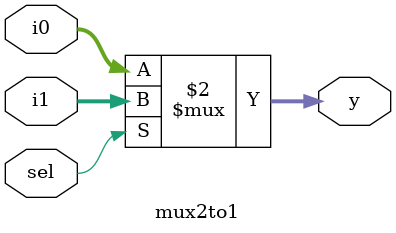
<source format=v>
module mux2to1 #(parameter WIDTH = 8) (i0, i1, sel, y);
    input [WIDTH-1:0] i0, i1;
    input sel;
    output [WIDTH-1:0] y;
    
    assign y = (sel == 1'b1) ? i1 : i0;
    
endmodule
</source>
